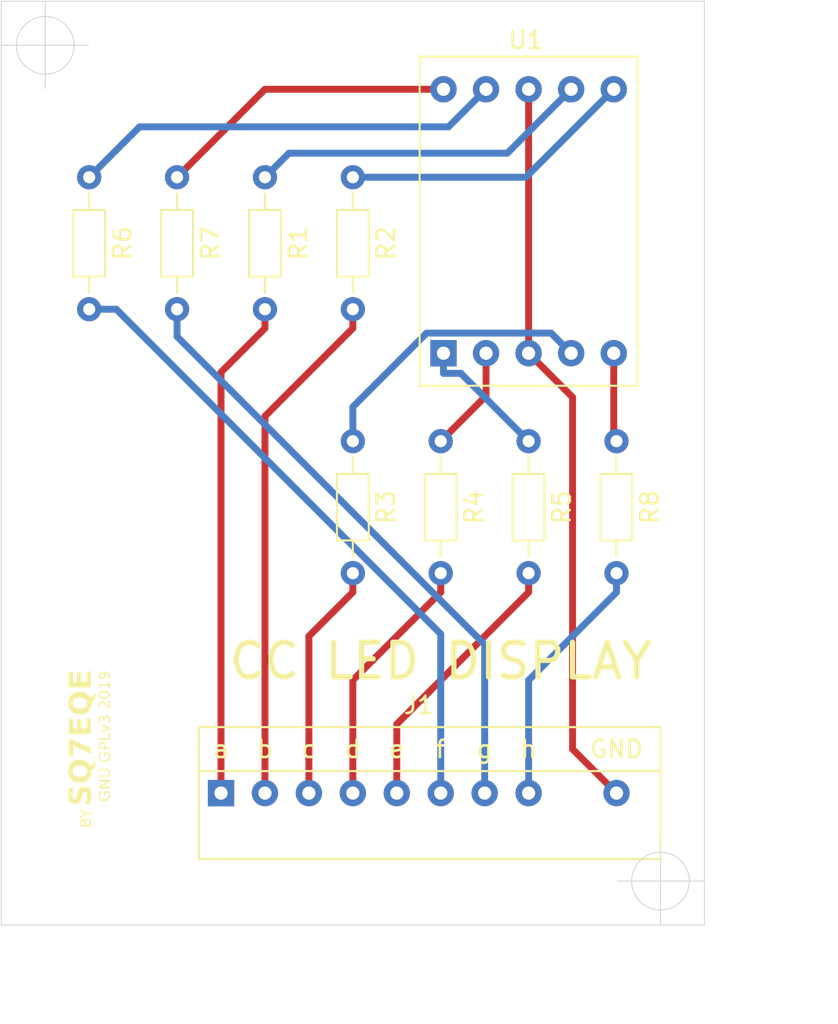
<source format=kicad_pcb>
(kicad_pcb (version 20171130) (host pcbnew 5.1.4-3.fc31)

  (general
    (thickness 1.6)
    (drawings 10)
    (tracks 49)
    (zones 0)
    (modules 11)
    (nets 18)
  )

  (page A4)
  (title_block
    (title "Common Cathode LED Display")
    (date 2019-11-11)
    (rev 1.0)
    (company "MSc. Paweł Sobótka")
    (comment 1 "GNU GPLv3")
  )

  (layers
    (0 F.Cu signal)
    (31 B.Cu signal)
    (32 B.Adhes user)
    (33 F.Adhes user)
    (34 B.Paste user)
    (35 F.Paste user)
    (36 B.SilkS user)
    (37 F.SilkS user)
    (38 B.Mask user)
    (39 F.Mask user)
    (40 Dwgs.User user)
    (41 Cmts.User user)
    (42 Eco1.User user)
    (43 Eco2.User user)
    (44 Edge.Cuts user)
    (45 Margin user)
    (46 B.CrtYd user)
    (47 F.CrtYd user)
    (48 B.Fab user)
    (49 F.Fab user)
  )

  (setup
    (last_trace_width 0.4)
    (trace_clearance 0.2)
    (zone_clearance 0.508)
    (zone_45_only no)
    (trace_min 0.2)
    (via_size 0.8)
    (via_drill 0.4)
    (via_min_size 0.4)
    (via_min_drill 0.3)
    (uvia_size 0.3)
    (uvia_drill 0.1)
    (uvias_allowed no)
    (uvia_min_size 0.2)
    (uvia_min_drill 0.1)
    (edge_width 0.05)
    (segment_width 0.2)
    (pcb_text_width 0.3)
    (pcb_text_size 1.5 1.5)
    (mod_edge_width 0.12)
    (mod_text_size 1 1)
    (mod_text_width 0.15)
    (pad_size 1.524 1.524)
    (pad_drill 0.762)
    (pad_to_mask_clearance 0.051)
    (solder_mask_min_width 0.25)
    (aux_axis_origin 124.46 124.46)
    (visible_elements FFFFFF7F)
    (pcbplotparams
      (layerselection 0x29234_ffffffff)
      (usegerberextensions false)
      (usegerberattributes true)
      (usegerberadvancedattributes true)
      (creategerberjobfile true)
      (excludeedgelayer true)
      (linewidth 0.100000)
      (plotframeref false)
      (viasonmask false)
      (mode 1)
      (useauxorigin true)
      (hpglpennumber 1)
      (hpglpenspeed 20)
      (hpglpendiameter 15.000000)
      (psnegative false)
      (psa4output false)
      (plotreference true)
      (plotvalue true)
      (plotinvisibletext false)
      (padsonsilk false)
      (subtractmaskfromsilk true)
      (outputformat 1)
      (mirror false)
      (drillshape 0)
      (scaleselection 1)
      (outputdirectory "plot/"))
  )

  (net 0 "")
  (net 1 "Net-(J1-Pad9)")
  (net 2 "Net-(J1-Pad8)")
  (net 3 "Net-(J1-Pad7)")
  (net 4 "Net-(J1-Pad6)")
  (net 5 "Net-(J1-Pad5)")
  (net 6 "Net-(J1-Pad4)")
  (net 7 "Net-(J1-Pad3)")
  (net 8 "Net-(J1-Pad2)")
  (net 9 "Net-(J1-Pad1)")
  (net 10 "Net-(R1-Pad1)")
  (net 11 "Net-(R2-Pad1)")
  (net 12 "Net-(R3-Pad1)")
  (net 13 "Net-(R4-Pad1)")
  (net 14 "Net-(R5-Pad1)")
  (net 15 "Net-(R6-Pad1)")
  (net 16 "Net-(R7-Pad1)")
  (net 17 "Net-(R8-Pad1)")

  (net_class Default "To jest domyślna klasa połączeń."
    (clearance 0.2)
    (trace_width 0.4)
    (via_dia 0.8)
    (via_drill 0.4)
    (uvia_dia 0.3)
    (uvia_drill 0.1)
    (add_net "Net-(J1-Pad1)")
    (add_net "Net-(J1-Pad2)")
    (add_net "Net-(J1-Pad3)")
    (add_net "Net-(J1-Pad4)")
    (add_net "Net-(J1-Pad5)")
    (add_net "Net-(J1-Pad6)")
    (add_net "Net-(J1-Pad7)")
    (add_net "Net-(J1-Pad8)")
    (add_net "Net-(J1-Pad9)")
    (add_net "Net-(R1-Pad1)")
    (add_net "Net-(R2-Pad1)")
    (add_net "Net-(R3-Pad1)")
    (add_net "Net-(R4-Pad1)")
    (add_net "Net-(R5-Pad1)")
    (add_net "Net-(R6-Pad1)")
    (add_net "Net-(R7-Pad1)")
    (add_net "Net-(R8-Pad1)")
  )

  (module LED_display:logo_v2 (layer F.Cu) (tedit 0) (tstamp 5DC5DCBB)
    (at 129.54 114.3 90)
    (fp_text reference G*** (at 0 0 90) (layer F.SilkS) hide
      (effects (font (size 1.524 1.524) (thickness 0.3)))
    )
    (fp_text value LOGO (at 0.75 0 90) (layer F.SilkS) hide
      (effects (font (size 1.524 1.524) (thickness 0.3)))
    )
    (fp_poly (pts (xy -2.67256 0.546023) (xy -2.616809 0.547812) (xy -2.573632 0.553427) (xy -2.534577 0.564263)
      (xy -2.513541 0.572241) (xy -2.479291 0.586714) (xy -2.460006 0.598433) (xy -2.450982 0.612454)
      (xy -2.44751 0.633835) (xy -2.446733 0.64404) (xy -2.446474 0.670759) (xy -2.449642 0.685071)
      (xy -2.452025 0.685866) (xy -2.510333 0.657733) (xy -2.55484 0.6383) (xy -2.590197 0.6259)
      (xy -2.621056 0.618866) (xy -2.647357 0.615851) (xy -2.720732 0.618776) (xy -2.783618 0.638504)
      (xy -2.834311 0.674213) (xy -2.87015 0.723203) (xy -2.884747 0.764874) (xy -2.894515 0.819594)
      (xy -2.89887 0.879675) (xy -2.897227 0.937431) (xy -2.889836 0.982203) (xy -2.86926 1.028668)
      (xy -2.836071 1.072409) (xy -2.796102 1.106888) (xy -2.764198 1.123071) (xy -2.720033 1.132015)
      (xy -2.665237 1.135118) (xy -2.609516 1.132413) (xy -2.562572 1.123933) (xy -2.557454 1.122354)
      (xy -2.518833 1.109608) (xy -2.518833 0.931333) (xy -2.656416 0.931333) (xy -2.656416 0.85725)
      (xy -2.434166 0.85725) (xy -2.434166 1.144171) (xy -2.495021 1.172244) (xy -2.530428 1.186724)
      (xy -2.565002 1.195755) (xy -2.606273 1.200774) (xy -2.656416 1.20308) (xy -2.703541 1.203405)
      (xy -2.74525 1.201955) (xy -2.775195 1.199024) (xy -2.783485 1.197192) (xy -2.854825 1.163353)
      (xy -2.913273 1.112863) (xy -2.958059 1.046423) (xy -2.965042 1.031875) (xy -2.977876 0.998257)
      (xy -2.985397 0.962705) (xy -2.988813 0.91785) (xy -2.989397 0.883708) (xy -2.983606 0.793426)
      (xy -2.964823 0.718801) (xy -2.932156 0.658126) (xy -2.884714 0.609692) (xy -2.828448 0.575059)
      (xy -2.79558 0.560322) (xy -2.766202 0.551499) (xy -2.732792 0.54719) (xy -2.687831 0.545993)
      (xy -2.67256 0.546023)) (layer F.SilkS) (width 0.01))
    (fp_poly (pts (xy -1.532641 0.796895) (xy -1.5313 0.881314) (xy -1.529452 0.947328) (xy -1.526505 0.9977)
      (xy -1.521867 1.035191) (xy -1.514947 1.062562) (xy -1.505152 1.082577) (xy -1.491893 1.097996)
      (xy -1.474576 1.111581) (xy -1.463661 1.11891) (xy -1.428323 1.13242) (xy -1.382709 1.13732)
      (xy -1.33554 1.133818) (xy -1.295535 1.12212) (xy -1.282703 1.114617) (xy -1.264557 1.099978)
      (xy -1.250429 1.0843) (xy -1.239769 1.0648) (xy -1.23203 1.038694) (xy -1.226664 1.0032)
      (xy -1.223123 0.955534) (xy -1.220859 0.892914) (xy -1.219323 0.812554) (xy -1.219014 0.791104)
      (xy -1.215652 0.550333) (xy -1.132416 0.550333) (xy -1.132476 0.78052) (xy -1.133042 0.856943)
      (xy -1.134608 0.925641) (xy -1.137032 0.983297) (xy -1.140171 1.026599) (xy -1.143886 1.05223)
      (xy -1.144098 1.053041) (xy -1.169488 1.110952) (xy -1.20929 1.157907) (xy -1.252896 1.186252)
      (xy -1.300066 1.20008) (xy -1.358066 1.206219) (xy -1.418365 1.204659) (xy -1.47243 1.195393)
      (xy -1.497541 1.186497) (xy -1.551051 1.152292) (xy -1.589278 1.1048) (xy -1.60287 1.077049)
      (xy -1.608405 1.059817) (xy -1.612601 1.03622) (xy -1.61562 1.003475) (xy -1.617623 0.958799)
      (xy -1.618771 0.899409) (xy -1.619225 0.822521) (xy -1.61925 0.794089) (xy -1.61925 0.550333)
      (xy -1.535991 0.550333) (xy -1.532641 0.796895)) (layer F.SilkS) (width 0.01))
    (fp_poly (pts (xy -0.336118 0.548959) (xy -0.327667 0.550408) (xy -0.284429 0.560407) (xy -0.243068 0.573479)
      (xy -0.220179 0.583139) (xy -0.19441 0.598459) (xy -0.182843 0.614739) (xy -0.179945 0.64059)
      (xy -0.179916 0.645798) (xy -0.181183 0.675321) (xy -0.187549 0.685758) (xy -0.202868 0.679149)
      (xy -0.21939 0.666727) (xy -0.267231 0.640062) (xy -0.327454 0.622588) (xy -0.392853 0.615469)
      (xy -0.456226 0.619868) (xy -0.478567 0.624882) (xy -0.532158 0.650187) (xy -0.575728 0.691817)
      (xy -0.607959 0.746801) (xy -0.627532 0.812168) (xy -0.633132 0.884948) (xy -0.625003 0.954965)
      (xy -0.602986 1.023322) (xy -0.568369 1.074997) (xy -0.520424 1.110555) (xy -0.458419 1.130562)
      (xy -0.391727 1.135756) (xy -0.327458 1.131636) (xy -0.282739 1.120195) (xy -0.276933 1.117455)
      (xy -0.242544 1.099671) (xy -0.248708 0.936625) (xy -0.320146 0.933495) (xy -0.391583 0.930366)
      (xy -0.391583 0.856533) (xy -0.164041 0.862541) (xy -0.158131 1.130535) (xy -0.187545 1.15139)
      (xy -0.240183 1.178408) (xy -0.306138 1.196762) (xy -0.379109 1.205735) (xy -0.452795 1.204609)
      (xy -0.520896 1.19267) (xy -0.529166 1.190237) (xy -0.591641 1.160143) (xy -0.645354 1.112818)
      (xy -0.684927 1.054616) (xy -0.704338 1.001042) (xy -0.716104 0.934936) (xy -0.719734 0.863685)
      (xy -0.714738 0.794678) (xy -0.705192 0.749377) (xy -0.675179 0.681703) (xy -0.629341 0.626039)
      (xy -0.570097 0.583657) (xy -0.499866 0.555833) (xy -0.421067 0.543842) (xy -0.336118 0.548959)) (layer F.SilkS) (width 0.01))
    (fp_poly (pts (xy 1.795313 0.551977) (xy 1.851954 0.575896) (xy 1.886352 0.603278) (xy 1.910316 0.629634)
      (xy 1.922121 0.652434) (xy 1.92594 0.681587) (xy 1.926167 0.69778) (xy 1.919381 0.75604)
      (xy 1.89835 0.799733) (xy 1.862064 0.830813) (xy 1.855523 0.834364) (xy 1.831745 0.847069)
      (xy 1.825215 0.853844) (xy 1.834324 0.858378) (xy 1.843952 0.860883) (xy 1.873803 0.876866)
      (xy 1.904002 0.906341) (xy 1.928855 0.942513) (xy 1.942671 0.978589) (xy 1.942698 0.978732)
      (xy 1.944871 1.041758) (xy 1.927597 1.097934) (xy 1.892127 1.144831) (xy 1.839715 1.18002)
      (xy 1.838659 1.180515) (xy 1.803428 1.194698) (xy 1.768985 1.202404) (xy 1.726689 1.205153)
      (xy 1.698625 1.205125) (xy 1.651199 1.203148) (xy 1.605616 1.199034) (xy 1.571137 1.19364)
      (xy 1.568979 1.193142) (xy 1.540956 1.185149) (xy 1.527939 1.174786) (xy 1.524191 1.155465)
      (xy 1.524 1.141496) (xy 1.52491 1.115532) (xy 1.527173 1.101483) (xy 1.527961 1.100666)
      (xy 1.53942 1.10387) (xy 1.563766 1.111961) (xy 1.576917 1.116541) (xy 1.62501 1.127725)
      (xy 1.680736 1.132006) (xy 1.735911 1.12945) (xy 1.782349 1.120125) (xy 1.796224 1.114717)
      (xy 1.831066 1.087916) (xy 1.852482 1.05047) (xy 1.859458 1.008136) (xy 1.850978 0.966673)
      (xy 1.828109 0.93373) (xy 1.788983 0.906977) (xy 1.739833 0.892607) (xy 1.686682 0.889)
      (xy 1.628492 0.889) (xy 1.631809 0.854604) (xy 1.635125 0.820208) (xy 1.711039 0.814916)
      (xy 1.76893 0.806565) (xy 1.808669 0.789994) (xy 1.832142 0.763789) (xy 1.841239 0.72654)
      (xy 1.8415 0.71734) (xy 1.832496 0.674989) (xy 1.80665 0.643539) (xy 1.765711 0.623772)
      (xy 1.711425 0.616468) (xy 1.645543 0.622409) (xy 1.634013 0.624647) (xy 1.598414 0.632417)
      (xy 1.570375 0.639222) (xy 1.558668 0.642667) (xy 1.550368 0.637346) (xy 1.545654 0.619054)
      (xy 1.544959 0.595751) (xy 1.548714 0.575396) (xy 1.554556 0.566946) (xy 1.568972 0.562675)
      (xy 1.598407 0.556734) (xy 1.636906 0.550304) (xy 1.64301 0.549383) (xy 1.726136 0.543244)
      (xy 1.795313 0.551977)) (layer F.SilkS) (width 0.01))
    (fp_poly (pts (xy 3.217219 0.557777) (xy 3.263611 0.582915) (xy 3.263928 0.583163) (xy 3.298033 0.621772)
      (xy 3.325773 0.676692) (xy 3.346131 0.743755) (xy 3.358086 0.818792) (xy 3.360622 0.897635)
      (xy 3.355539 0.958131) (xy 3.338737 1.0403) (xy 3.313077 1.104802) (xy 3.277426 1.153675)
      (xy 3.230651 1.188959) (xy 3.225797 1.191569) (xy 3.191515 1.201779) (xy 3.146126 1.205549)
      (xy 3.098687 1.202883) (xy 3.058252 1.193785) (xy 3.05247 1.191488) (xy 3.003727 1.158889)
      (xy 2.966215 1.108646) (xy 2.940077 1.041148) (xy 2.92546 0.956784) (xy 2.92358 0.892575)
      (xy 3.007226 0.892575) (xy 3.008004 0.911641) (xy 3.016927 0.994292) (xy 3.03473 1.058761)
      (xy 3.061201 1.104714) (xy 3.096125 1.131819) (xy 3.139291 1.13974) (xy 3.152705 1.138493)
      (xy 3.186069 1.127545) (xy 3.213891 1.109513) (xy 3.239708 1.073937) (xy 3.257286 1.022751)
      (xy 3.266899 0.954632) (xy 3.268822 0.868259) (xy 3.268292 0.848176) (xy 3.262338 0.767036)
      (xy 3.250018 0.704813) (xy 3.230499 0.659996) (xy 3.20295 0.631071) (xy 3.166538 0.616526)
      (xy 3.139546 0.614068) (xy 3.107646 0.618033) (xy 3.080666 0.633367) (xy 3.064041 0.648592)
      (xy 3.036238 0.687354) (xy 3.017768 0.739687) (xy 3.008231 0.807468) (xy 3.007226 0.892575)
      (xy 2.92358 0.892575) (xy 2.922507 0.855941) (xy 2.922904 0.843751) (xy 2.925646 0.78781)
      (xy 2.929603 0.747079) (xy 2.935898 0.715601) (xy 2.945653 0.687421) (xy 2.957058 0.662521)
      (xy 2.994716 0.605151) (xy 3.042664 0.566202) (xy 3.101209 0.545434) (xy 3.106653 0.544504)
      (xy 3.161623 0.544168) (xy 3.217219 0.557777)) (layer F.SilkS) (width 0.01))
    (fp_poly (pts (xy 4.307861 0.550367) (xy 4.364275 0.575935) (xy 4.409858 0.618987) (xy 4.444077 0.678517)
      (xy 4.466396 0.753514) (xy 4.476282 0.842972) (xy 4.47675 0.869252) (xy 4.469477 0.964893)
      (xy 4.447761 1.045741) (xy 4.411762 1.111461) (xy 4.361638 1.161717) (xy 4.329565 1.181881)
      (xy 4.282964 1.197983) (xy 4.224907 1.205707) (xy 4.163577 1.204578) (xy 4.108979 1.194659)
      (xy 4.085694 1.185285) (xy 4.076216 1.170229) (xy 4.074584 1.146754) (xy 4.075921 1.122026)
      (xy 4.082496 1.113538) (xy 4.098146 1.116409) (xy 4.098396 1.11649) (xy 4.120911 1.121069)
      (xy 4.156675 1.125555) (xy 4.196292 1.128859) (xy 4.23938 1.130347) (xy 4.268967 1.127445)
      (xy 4.292473 1.118974) (xy 4.305491 1.111518) (xy 4.338809 1.079508) (xy 4.365958 1.031049)
      (xy 4.38468 0.970494) (xy 4.388052 0.952294) (xy 4.395557 0.905362) (xy 4.361255 0.934225)
      (xy 4.332344 0.95435) (xy 4.304021 0.967776) (xy 4.298664 0.969262) (xy 4.273384 0.975084)
      (xy 4.258959 0.978814) (xy 4.234791 0.979395) (xy 4.199561 0.973124) (xy 4.161371 0.962131)
      (xy 4.128325 0.948547) (xy 4.115914 0.941202) (xy 4.079276 0.902929) (xy 4.054077 0.851413)
      (xy 4.041238 0.791777) (xy 4.041436 0.763499) (xy 4.128076 0.763499) (xy 4.132295 0.811127)
      (xy 4.143508 0.846923) (xy 4.172692 0.882408) (xy 4.212718 0.903675) (xy 4.257789 0.90959)
      (xy 4.302109 0.899018) (xy 4.327572 0.882935) (xy 4.35932 0.843361) (xy 4.375919 0.794481)
      (xy 4.377225 0.741922) (xy 4.363094 0.691307) (xy 4.333599 0.648482) (xy 4.293039 0.620996)
      (xy 4.248417 0.61187) (xy 4.204588 0.620366) (xy 4.166404 0.645745) (xy 4.143315 0.67745)
      (xy 4.131746 0.715627) (xy 4.128076 0.763499) (xy 4.041436 0.763499) (xy 4.041677 0.729144)
      (xy 4.056317 0.66864) (xy 4.063831 0.651224) (xy 4.098007 0.603615) (xy 4.145998 0.568548)
      (xy 4.203359 0.547861) (xy 4.265645 0.54339) (xy 4.307861 0.550367)) (layer F.SilkS) (width 0.01))
    (fp_poly (pts (xy -2.155414 0.555625) (xy -2.016978 0.816847) (xy -1.878541 1.07807) (xy -1.875714 0.814201)
      (xy -1.872886 0.550333) (xy -1.788583 0.550333) (xy -1.788583 1.196972) (xy -1.847896 1.193798)
      (xy -1.907208 1.190625) (xy -2.046333 0.928292) (xy -2.185458 0.66596) (xy -2.188286 0.930938)
      (xy -2.191113 1.195916) (xy -2.275416 1.195916) (xy -2.275416 0.549277) (xy -2.155414 0.555625)) (layer F.SilkS) (width 0.01))
    (fp_poly (pts (xy 0.134938 0.552661) (xy 0.206215 0.556789) (xy 0.261995 0.563016) (xy 0.299838 0.571043)
      (xy 0.307411 0.573793) (xy 0.356174 0.605232) (xy 0.390036 0.650616) (xy 0.40812 0.708036)
      (xy 0.409548 0.775581) (xy 0.40755 0.791537) (xy 0.389788 0.845341) (xy 0.35456 0.887438)
      (xy 0.302138 0.917672) (xy 0.232796 0.935884) (xy 0.147646 0.941916) (xy 0.084667 0.941916)
      (xy 0.084667 1.195916) (xy 0 1.195916) (xy 0 0.867833) (xy 0.084667 0.867833)
      (xy 0.154505 0.867833) (xy 0.202407 0.864935) (xy 0.243058 0.857175) (xy 0.258872 0.851448)
      (xy 0.293097 0.824635) (xy 0.313307 0.786648) (xy 0.318705 0.742849) (xy 0.308492 0.698597)
      (xy 0.286728 0.664394) (xy 0.270015 0.647158) (xy 0.253805 0.636584) (xy 0.2321 0.630696)
      (xy 0.198905 0.62752) (xy 0.170311 0.626064) (xy 0.084667 0.622175) (xy 0.084667 0.867833)
      (xy 0 0.867833) (xy 0 0.547523) (xy 0.134938 0.552661)) (layer F.SilkS) (width 0.01))
    (fp_poly (pts (xy 0.613834 1.121833) (xy 0.931334 1.121833) (xy 0.931334 1.195916) (xy 0.529167 1.195916)
      (xy 0.529167 0.550333) (xy 0.613834 0.550333) (xy 0.613834 1.121833)) (layer F.SilkS) (width 0.01))
    (fp_poly (pts (xy 1.413194 0.758737) (xy 1.404546 0.781196) (xy 1.389964 0.819624) (xy 1.370904 0.870155)
      (xy 1.348826 0.928923) (xy 1.325186 0.992065) (xy 1.324152 0.994833) (xy 1.250987 1.190625)
      (xy 1.19794 1.193791) (xy 1.166438 1.193961) (xy 1.144656 1.190898) (xy 1.13932 1.18794)
      (xy 1.134096 1.175741) (xy 1.122655 1.146752) (xy 1.106166 1.104015) (xy 1.085802 1.050576)
      (xy 1.062734 0.989478) (xy 1.054601 0.967815) (xy 1.030701 0.904111) (xy 1.008998 0.846347)
      (xy 0.990703 0.797745) (xy 0.97703 0.761524) (xy 0.969192 0.740906) (xy 0.968137 0.738187)
      (xy 0.966481 0.726258) (xy 0.977142 0.720879) (xy 1.002995 0.719666) (xy 1.045171 0.719666)
      (xy 1.119663 0.918104) (xy 1.146131 0.98762) (xy 1.166546 1.038768) (xy 1.181689 1.073213)
      (xy 1.192338 1.092622) (xy 1.199271 1.09866) (xy 1.202518 1.095375) (xy 1.208866 1.07882)
      (xy 1.221248 1.046136) (xy 1.238268 1.001016) (xy 1.258536 0.947151) (xy 1.276399 0.899583)
      (xy 1.341919 0.724958) (xy 1.385495 0.721696) (xy 1.429072 0.718433) (xy 1.413194 0.758737)) (layer F.SilkS) (width 0.01))
    (fp_poly (pts (xy 2.647182 0.56007) (xy 2.702919 0.592765) (xy 2.719387 0.607995) (xy 2.741317 0.633806)
      (xy 2.753219 0.659246) (xy 2.758964 0.693711) (xy 2.760026 0.70666) (xy 2.758812 0.765541)
      (xy 2.748687 0.805724) (xy 2.736408 0.825772) (xy 2.712223 0.85776) (xy 2.678868 0.898343)
      (xy 2.639075 0.944174) (xy 2.604176 0.982655) (xy 2.47544 1.121833) (xy 2.772834 1.121833)
      (xy 2.772834 1.195916) (xy 2.360084 1.195916) (xy 2.360084 1.163244) (xy 2.362154 1.149346)
      (xy 2.369619 1.132921) (xy 2.384358 1.111559) (xy 2.40825 1.082854) (xy 2.443177 1.044398)
      (xy 2.491018 0.993782) (xy 2.498486 0.985973) (xy 2.543741 0.937745) (xy 2.585063 0.891943)
      (xy 2.619676 0.851783) (xy 2.644801 0.820483) (xy 2.657236 0.802109) (xy 2.675328 0.750123)
      (xy 2.674545 0.703069) (xy 2.655619 0.663511) (xy 2.619281 0.634014) (xy 2.607749 0.62859)
      (xy 2.570089 0.617723) (xy 2.529269 0.616823) (xy 2.481181 0.626499) (xy 2.421718 0.647358)
      (xy 2.389188 0.660974) (xy 2.377326 0.663214) (xy 2.37194 0.653197) (xy 2.370667 0.626511)
      (xy 2.370667 0.626399) (xy 2.371832 0.600723) (xy 2.378819 0.585838) (xy 2.396864 0.575576)
      (xy 2.420938 0.567155) (xy 2.504937 0.547094) (xy 2.58077 0.544789) (xy 2.647182 0.56007)) (layer F.SilkS) (width 0.01))
    (fp_poly (pts (xy 3.757084 0.550333) (xy 3.757084 1.121833) (xy 3.894667 1.121833) (xy 3.894667 1.195916)
      (xy 3.522909 1.195916) (xy 3.526225 1.16152) (xy 3.529542 1.127125) (xy 3.600979 1.123995)
      (xy 3.672417 1.120866) (xy 3.672417 0.877933) (xy 3.672087 0.808798) (xy 3.671163 0.74735)
      (xy 3.66974 0.696538) (xy 3.667916 0.659314) (xy 3.665787 0.63863) (xy 3.664479 0.635371)
      (xy 3.650679 0.63764) (xy 3.622608 0.643182) (xy 3.59077 0.649856) (xy 3.555902 0.656338)
      (xy 3.529988 0.659289) (xy 3.519332 0.658304) (xy 3.515391 0.644774) (xy 3.51367 0.619877)
      (xy 3.513667 0.618809) (xy 3.513667 0.584979) (xy 3.600979 0.567648) (xy 3.646328 0.559462)
      (xy 3.687948 0.553363) (xy 3.71822 0.550435) (xy 3.722688 0.550325) (xy 3.757084 0.550333)) (layer F.SilkS) (width 0.01))
    (fp_poly (pts (xy -1.16305 -1.2006) (xy -1.058419 -1.182387) (xy -0.966256 -1.150736) (xy -0.883924 -1.104705)
      (xy -0.808791 -1.043349) (xy -0.798065 -1.032852) (xy -0.734901 -0.960194) (xy -0.686823 -0.882329)
      (xy -0.652719 -0.796191) (xy -0.631478 -0.698713) (xy -0.621989 -0.586831) (xy -0.621242 -0.545042)
      (xy -0.623704 -0.455751) (xy -0.632782 -0.379924) (xy -0.649987 -0.310485) (xy -0.676833 -0.240357)
      (xy -0.694392 -0.202722) (xy -0.737273 -0.132036) (xy -0.793878 -0.063443) (xy -0.858228 -0.003373)
      (xy -0.918865 0.038686) (xy -0.975188 0.070817) (xy -0.872124 0.186221) (xy -0.833004 0.229973)
      (xy -0.796728 0.270448) (xy -0.766688 0.303871) (xy -0.746276 0.326462) (xy -0.742383 0.330729)
      (xy -0.715706 0.359833) (xy -1.033116 0.359833) (xy -1.23754 0.130207) (xy -1.353521 0.118398)
      (xy -1.469346 0.100482) (xy -1.569205 0.07133) (xy -1.655761 0.029752) (xy -1.731681 -0.025443)
      (xy -1.778909 -0.07171) (xy -1.84185 -0.154971) (xy -1.888596 -0.249911) (xy -1.919445 -0.35742)
      (xy -1.934697 -0.478386) (xy -1.935423 -0.502982) (xy -1.596923 -0.502982) (xy -1.586494 -0.413232)
      (xy -1.56545 -0.330581) (xy -1.534572 -0.258611) (xy -1.49464 -0.200905) (xy -1.471439 -0.17845)
      (xy -1.416853 -0.145543) (xy -1.350565 -0.124741) (xy -1.278874 -0.117012) (xy -1.208077 -0.123326)
      (xy -1.173397 -0.132587) (xy -1.109768 -0.164442) (xy -1.057161 -0.213396) (xy -1.018833 -0.271728)
      (xy -0.991723 -0.333131) (xy -0.974225 -0.399216) (xy -0.965524 -0.474763) (xy -0.964804 -0.564552)
      (xy -0.965542 -0.584537) (xy -0.972387 -0.669088) (xy -0.985878 -0.737788) (xy -1.007599 -0.795338)
      (xy -1.039138 -0.846443) (xy -1.064112 -0.876723) (xy -1.112361 -0.921335) (xy -1.164357 -0.949469)
      (xy -1.22562 -0.963463) (xy -1.275291 -0.966094) (xy -1.357383 -0.957548) (xy -1.427681 -0.931441)
      (xy -1.486117 -0.887835) (xy -1.532623 -0.82679) (xy -1.56713 -0.74837) (xy -1.582812 -0.689441)
      (xy -1.595956 -0.596245) (xy -1.596923 -0.502982) (xy -1.935423 -0.502982) (xy -1.936566 -0.541704)
      (xy -1.929404 -0.668901) (xy -1.907214 -0.78193) (xy -1.869593 -0.881925) (xy -1.81614 -0.970017)
      (xy -1.762707 -1.031685) (xy -1.683013 -1.098463) (xy -1.593364 -1.148749) (xy -1.492307 -1.183072)
      (xy -1.378387 -1.20196) (xy -1.282783 -1.206317) (xy -1.16305 -1.2006)) (layer F.SilkS) (width 0.01))
    (fp_poly (pts (xy 2.775509 -1.200179) (xy 2.841471 -1.190611) (xy 2.841625 -1.190579) (xy 2.948897 -1.157852)
      (xy 3.04487 -1.107823) (xy 3.128181 -1.041876) (xy 3.197467 -0.9614) (xy 3.251365 -0.867781)
      (xy 3.288511 -0.762405) (xy 3.296316 -0.728051) (xy 3.307007 -0.651316) (xy 3.311578 -0.564779)
      (xy 3.31002 -0.477127) (xy 3.302323 -0.397044) (xy 3.296715 -0.365125) (xy 3.267484 -0.267985)
      (xy 3.222731 -0.17577) (xy 3.165168 -0.092399) (xy 3.097506 -0.021786) (xy 3.022456 0.032151)
      (xy 3.02124 0.03284) (xy 2.991184 0.0506) (xy 2.970251 0.064493) (xy 2.963334 0.070975)
      (xy 2.970053 0.080249) (xy 2.988679 0.102553) (xy 3.016915 0.135223) (xy 3.052465 0.175596)
      (xy 3.085042 0.212114) (xy 3.124841 0.256816) (xy 3.159184 0.296023) (xy 3.185772 0.327061)
      (xy 3.202306 0.347252) (xy 3.20675 0.353815) (xy 3.196789 0.355948) (xy 3.169392 0.357748)
      (xy 3.128291 0.359069) (xy 3.077215 0.359763) (xy 3.054089 0.359833) (xy 2.901428 0.359833)
      (xy 2.798083 0.244199) (xy 2.694737 0.128565) (xy 2.60414 0.121195) (xy 2.482829 0.104714)
      (xy 2.377191 0.07584) (xy 2.285165 0.033737) (xy 2.204689 -0.022434) (xy 2.168555 -0.055639)
      (xy 2.108331 -0.129091) (xy 2.058179 -0.217417) (xy 2.020807 -0.315649) (xy 2.014421 -0.338667)
      (xy 2.004158 -0.395692) (xy 1.998101 -0.466564) (xy 1.99636 -0.53975) (xy 2.344687 -0.53975)
      (xy 2.345007 -0.474766) (xy 2.346282 -0.426498) (xy 2.348982 -0.390502) (xy 2.35358 -0.362334)
      (xy 2.360546 -0.337549) (xy 2.368345 -0.316661) (xy 2.408367 -0.241291) (xy 2.461221 -0.181997)
      (xy 2.525977 -0.139704) (xy 2.561098 -0.125684) (xy 2.59879 -0.119364) (xy 2.648533 -0.118916)
      (xy 2.702266 -0.123625) (xy 2.751924 -0.132776) (xy 2.789444 -0.145655) (xy 2.790065 -0.145971)
      (xy 2.851567 -0.189334) (xy 2.901017 -0.249462) (xy 2.937908 -0.325382) (xy 2.961732 -0.416115)
      (xy 2.970684 -0.492767) (xy 2.970816 -0.600119) (xy 2.95733 -0.696508) (xy 2.930856 -0.780446)
      (xy 2.892024 -0.850441) (xy 2.841463 -0.905004) (xy 2.780848 -0.942193) (xy 2.72077 -0.959822)
      (xy 2.652839 -0.966438) (xy 2.585792 -0.961858) (xy 2.531981 -0.947425) (xy 2.487711 -0.920702)
      (xy 2.443084 -0.878982) (xy 2.403003 -0.82777) (xy 2.372369 -0.772573) (xy 2.368829 -0.764134)
      (xy 2.359403 -0.738467) (xy 2.352779 -0.71341) (xy 2.348477 -0.684493) (xy 2.346016 -0.647246)
      (xy 2.344914 -0.597199) (xy 2.344687 -0.53975) (xy 1.99636 -0.53975) (xy 1.996249 -0.544387)
      (xy 1.998599 -0.622264) (xy 2.005152 -0.693298) (xy 2.014489 -0.745062) (xy 2.051392 -0.85435)
      (xy 2.104713 -0.950857) (xy 2.173378 -1.033535) (xy 2.256309 -1.101337) (xy 2.352433 -1.153213)
      (xy 2.460673 -1.188117) (xy 2.471512 -1.190504) (xy 2.537112 -1.200111) (xy 2.615119 -1.204927)
      (xy 2.697322 -1.20495) (xy 2.775509 -1.200179)) (layer F.SilkS) (width 0.01))
    (fp_poly (pts (xy -2.573538 -1.200962) (xy -2.489383 -1.193829) (xy -2.410746 -1.183287) (xy -2.365986 -1.174888)
      (xy -2.320956 -1.164907) (xy -2.283741 -1.156058) (xy -2.259179 -1.149524) (xy -2.252215 -1.147034)
      (xy -2.248966 -1.135026) (xy -2.246285 -1.106072) (xy -2.244433 -1.06439) (xy -2.243673 -1.0142)
      (xy -2.243666 -1.009202) (xy -2.244156 -0.951963) (xy -2.245798 -0.913369) (xy -2.248853 -0.890917)
      (xy -2.253582 -0.882104) (xy -2.256896 -0.882124) (xy -2.350832 -0.916084) (xy -2.447706 -0.942267)
      (xy -2.542471 -0.959764) (xy -2.630078 -0.967665) (xy -2.705481 -0.965062) (xy -2.712261 -0.964174)
      (xy -2.776364 -0.95111) (xy -2.821859 -0.931792) (xy -2.850803 -0.904551) (xy -2.865253 -0.867718)
      (xy -2.867848 -0.837916) (xy -2.863676 -0.80073) (xy -2.849027 -0.771572) (xy -2.821344 -0.748442)
      (xy -2.77807 -0.729339) (xy -2.716649 -0.712263) (xy -2.703445 -0.709244) (xy -2.618156 -0.69011)
      (xy -2.550623 -0.674623) (xy -2.497908 -0.661983) (xy -2.457076 -0.651384) (xy -2.425188 -0.642027)
      (xy -2.399307 -0.633106) (xy -2.376495 -0.62382) (xy -2.355462 -0.614154) (xy -2.282311 -0.570059)
      (xy -2.225001 -0.515861) (xy -2.18678 -0.455823) (xy -2.172983 -0.410336) (xy -2.165097 -0.3511)
      (xy -2.163086 -0.284681) (xy -2.166913 -0.217645) (xy -2.176539 -0.156557) (xy -2.188707 -0.115577)
      (xy -2.22782 -0.042068) (xy -2.281771 0.017378) (xy -2.351427 0.063474) (xy -2.437655 0.096937)
      (xy -2.450834 0.100584) (xy -2.499053 0.109776) (xy -2.561921 0.116645) (xy -2.63302 0.120933)
      (xy -2.705931 0.122384) (xy -2.774239 0.12074) (xy -2.831041 0.11581) (xy -2.876455 0.10824)
      (xy -2.932717 0.096769) (xy -2.993386 0.082931) (xy -3.052019 0.068259) (xy -3.102176 0.054287)
      (xy -3.135312 0.043363) (xy -3.164416 0.032273) (xy -3.164416 -0.105572) (xy -3.164143 -0.156806)
      (xy -3.163393 -0.19941) (xy -3.162277 -0.229459) (xy -3.160902 -0.243026) (xy -3.160615 -0.243417)
      (xy -3.149929 -0.239289) (xy -3.124831 -0.228305) (xy -3.090087 -0.212567) (xy -3.077883 -0.206949)
      (xy -2.989087 -0.171078) (xy -2.899238 -0.144249) (xy -2.811258 -0.126637) (xy -2.728066 -0.118419)
      (xy -2.652586 -0.11977) (xy -2.587737 -0.130865) (xy -2.536442 -0.151881) (xy -2.509987 -0.172777)
      (xy -2.485354 -0.212771) (xy -2.478597 -0.257237) (xy -2.488613 -0.301278) (xy -2.514297 -0.339995)
      (xy -2.554069 -0.368273) (xy -2.580676 -0.378241) (xy -2.622709 -0.391172) (xy -2.674905 -0.40556)
      (xy -2.731999 -0.419898) (xy -2.746375 -0.423288) (xy -2.84112 -0.447367) (xy -2.917918 -0.471768)
      (xy -2.979964 -0.497833) (xy -3.030454 -0.526903) (xy -3.072308 -0.560065) (xy -3.115569 -0.607769)
      (xy -3.144857 -0.660236) (xy -3.161903 -0.722046) (xy -3.168437 -0.797779) (xy -3.168635 -0.814917)
      (xy -3.167906 -0.865979) (xy -3.16463 -0.903405) (xy -3.157459 -0.934692) (xy -3.145048 -0.967338)
      (xy -3.138715 -0.981578) (xy -3.095436 -1.053943) (xy -3.03754 -1.112094) (xy -2.964169 -1.156677)
      (xy -2.874465 -1.18834) (xy -2.860371 -1.191822) (xy -2.806628 -1.200118) (xy -2.737409 -1.204287)
      (xy -2.657963 -1.204509) (xy -2.573538 -1.200962)) (layer F.SilkS) (width 0.01))
    (fp_poly (pts (xy -4.320646 -0.539518) (xy -4.243166 -0.537856) (xy -4.183505 -0.532522) (xy -4.138494 -0.52258)
      (xy -4.104961 -0.507089) (xy -4.079737 -0.485113) (xy -4.064258 -0.463637) (xy -4.046478 -0.418781)
      (xy -4.042898 -0.370753) (xy -4.052395 -0.325088) (xy -4.073843 -0.287323) (xy -4.104912 -0.263517)
      (xy -4.135725 -0.249877) (xy -4.090944 -0.221478) (xy -4.049876 -0.184336) (xy -4.024485 -0.137957)
      (xy -4.014502 -0.086696) (xy -4.019659 -0.034906) (xy -4.039687 0.013059) (xy -4.074319 0.052845)
      (xy -4.109198 0.074466) (xy -4.130635 0.082733) (xy -4.155156 0.088485) (xy -4.186973 0.092151)
      (xy -4.230298 0.094165) (xy -4.289343 0.094955) (xy -4.310062 0.095017) (xy -4.466166 0.09525)
      (xy -4.466166 0.03175) (xy -4.3815 0.03175) (xy -4.304771 0.03169) (xy -4.259943 0.030116)
      (xy -4.217744 0.026058) (xy -4.188835 0.020743) (xy -4.144857 -0.000118) (xy -4.117984 -0.033431)
      (xy -4.108324 -0.079033) (xy -4.109115 -0.098779) (xy -4.117848 -0.139798) (xy -4.136708 -0.17019)
      (xy -4.168023 -0.191226) (xy -4.214124 -0.204174) (xy -4.277337 -0.210305) (xy -4.315354 -0.211206)
      (xy -4.3815 -0.211667) (xy -4.3815 0.03175) (xy -4.466166 0.03175) (xy -4.466166 -0.275167)
      (xy -4.3815 -0.275167) (xy -4.301785 -0.275167) (xy -4.253786 -0.277386) (xy -4.21121 -0.283304)
      (xy -4.185392 -0.290492) (xy -4.149508 -0.314915) (xy -4.131609 -0.350379) (xy -4.131956 -0.396146)
      (xy -4.141733 -0.425834) (xy -4.160253 -0.446893) (xy -4.190745 -0.460942) (xy -4.236435 -0.469605)
      (xy -4.286436 -0.473766) (xy -4.3815 -0.479186) (xy -4.3815 -0.275167) (xy -4.466166 -0.275167)
      (xy -4.466166 -0.53975) (xy -4.320646 -0.539518)) (layer F.SilkS) (width 0.01))
    (fp_poly (pts (xy -3.820583 -0.41275) (xy -3.790072 -0.367684) (xy -3.763718 -0.329656) (xy -3.743728 -0.301782)
      (xy -3.732311 -0.287179) (xy -3.730625 -0.28575) (xy -3.723329 -0.294058) (xy -3.706564 -0.316905)
      (xy -3.682535 -0.351174) (xy -3.65345 -0.393751) (xy -3.640666 -0.41275) (xy -3.555582 -0.53975)
      (xy -3.460285 -0.53975) (xy -3.571642 -0.376787) (xy -3.683 -0.213823) (xy -3.683 0.09525)
      (xy -3.77825 0.09525) (xy -3.77825 -0.212846) (xy -3.888268 -0.376298) (xy -3.998287 -0.53975)
      (xy -3.905668 -0.53975) (xy -3.820583 -0.41275)) (layer F.SilkS) (width 0.01))
    (fp_poly (pts (xy 0.560917 -1.005157) (xy 0.310427 -0.454954) (xy 0.059937 0.09525) (xy -0.102948 0.09525)
      (xy -0.158456 0.094742) (xy -0.205169 0.093341) (xy -0.239624 0.091229) (xy -0.258363 0.08859)
      (xy -0.260676 0.086907) (xy -0.254628 0.07462) (xy -0.240906 0.045308) (xy -0.220521 0.001199)
      (xy -0.194486 -0.055477) (xy -0.163813 -0.122492) (xy -0.129515 -0.197618) (xy -0.092604 -0.278624)
      (xy -0.054091 -0.363283) (xy -0.014989 -0.449365) (xy 0.02369 -0.534643) (xy 0.060933 -0.616886)
      (xy 0.095729 -0.693867) (xy 0.127066 -0.763357) (xy 0.15393 -0.823126) (xy 0.17531 -0.870947)
      (xy 0.190194 -0.90459) (xy 0.19757 -0.921826) (xy 0.198148 -0.923396) (xy 0.198559 -0.928739)
      (xy 0.19485 -0.932945) (xy 0.184815 -0.936151) (xy 0.166251 -0.93849) (xy 0.136955 -0.940098)
      (xy 0.094723 -0.94111) (xy 0.037351 -0.94166) (xy -0.037364 -0.941883) (xy -0.104599 -0.941917)
      (xy -0.41275 -0.941917) (xy -0.41275 -1.185334) (xy 0.560917 -1.185334) (xy 0.560917 -1.005157)) (layer F.SilkS) (width 0.01))
    (fp_poly (pts (xy 1.756834 -0.931334) (xy 1.195917 -0.931334) (xy 1.195917 -0.6985) (xy 1.725084 -0.6985)
      (xy 1.725084 -0.4445) (xy 1.195917 -0.4445) (xy 1.195917 -0.148167) (xy 1.778 -0.148167)
      (xy 1.778 0.09525) (xy 0.85725 0.09525) (xy 0.85725 -1.185334) (xy 1.756834 -1.185334)
      (xy 1.756834 -0.931334)) (layer F.SilkS) (width 0.01))
    (fp_poly (pts (xy 4.463857 -1.06098) (xy 4.460875 -0.936625) (xy 4.177771 -0.933807) (xy 3.894667 -0.930988)
      (xy 3.894667 -0.6985) (xy 4.423834 -0.6985) (xy 4.423834 -0.4445) (xy 3.894667 -0.4445)
      (xy 3.894667 -0.148167) (xy 4.47675 -0.148167) (xy 4.47675 0.09525) (xy 3.566584 0.09525)
      (xy 3.566584 -1.185334) (xy 4.466839 -1.185334) (xy 4.463857 -1.06098)) (layer F.SilkS) (width 0.01))
  )

  (module LED_display:con_pingold_9_P2.54 (layer F.Cu) (tedit 5D8E1F3F) (tstamp 5D8EFCBC)
    (at 137.16 116.84)
    (descr "connector for wire")
    (tags "connector, wire")
    (path /5D8D57D3)
    (fp_text reference J1 (at 11.43 -5.08) (layer F.SilkS)
      (effects (font (size 1 1) (thickness 0.15)))
    )
    (fp_text value Conn_01x09_Male (at 12.7 5.08) (layer F.Fab)
      (effects (font (size 1 1) (thickness 0.15)))
    )
    (fp_text user a (at 0 -2.54) (layer F.SilkS)
      (effects (font (size 1 1) (thickness 0.15)))
    )
    (fp_text user b (at 2.54 -2.54) (layer F.SilkS)
      (effects (font (size 1 1) (thickness 0.15)))
    )
    (fp_text user c (at 5.08 -2.54) (layer F.SilkS)
      (effects (font (size 1 1) (thickness 0.15)))
    )
    (fp_text user d (at 7.62 -2.54) (layer F.SilkS)
      (effects (font (size 1 1) (thickness 0.15)))
    )
    (fp_text user e (at 10.16 -2.54) (layer F.SilkS)
      (effects (font (size 1 1) (thickness 0.15)))
    )
    (fp_text user f (at 12.7 -2.54) (layer F.SilkS)
      (effects (font (size 1 1) (thickness 0.15)))
    )
    (fp_text user g (at 15.24 -2.54) (layer F.SilkS)
      (effects (font (size 1 1) (thickness 0.15)))
    )
    (fp_text user h (at 17.78 -2.54) (layer F.SilkS)
      (effects (font (size 1 1) (thickness 0.15)))
    )
    (fp_text user GND (at 22.86 -2.54 unlocked) (layer F.SilkS)
      (effects (font (size 1 1) (thickness 0.15)))
    )
    (fp_line (start 25.4 -3.81) (end 25.4 3.81) (layer F.CrtYd) (width 0.12))
    (fp_line (start 25.4 3.81) (end -1.27 3.81) (layer F.CrtYd) (width 0.12))
    (fp_line (start -1.27 3.81) (end -1.27 -3.81) (layer F.CrtYd) (width 0.12))
    (fp_line (start -1.27 -3.81) (end 25.4 -3.81) (layer F.CrtYd) (width 0.12))
    (fp_line (start -1.27 -3.81) (end 25.4 -3.81) (layer F.SilkS) (width 0.12))
    (fp_line (start 25.4 -3.81) (end 25.4 3.81) (layer F.SilkS) (width 0.12))
    (fp_line (start 25.4 3.81) (end -1.27 3.81) (layer F.SilkS) (width 0.12))
    (fp_line (start -1.27 3.81) (end -1.27 -3.81) (layer F.SilkS) (width 0.12))
    (fp_line (start -1.27 -1.27) (end 25.4 -1.27) (layer F.SilkS) (width 0.12))
    (pad 1 thru_hole rect (at 0 0) (size 1.524 1.524) (drill 0.762) (layers *.Cu *.Mask)
      (net 9 "Net-(J1-Pad1)"))
    (pad 2 thru_hole circle (at 2.54 0) (size 1.524 1.524) (drill 0.762) (layers *.Cu *.Mask)
      (net 8 "Net-(J1-Pad2)"))
    (pad 3 thru_hole circle (at 5.08 0) (size 1.524 1.524) (drill 0.762) (layers *.Cu *.Mask)
      (net 7 "Net-(J1-Pad3)"))
    (pad 4 thru_hole circle (at 7.62 0) (size 1.524 1.524) (drill 0.762) (layers *.Cu *.Mask)
      (net 6 "Net-(J1-Pad4)"))
    (pad 5 thru_hole circle (at 10.16 0) (size 1.524 1.524) (drill 0.762) (layers *.Cu *.Mask)
      (net 5 "Net-(J1-Pad5)"))
    (pad 6 thru_hole circle (at 12.7 0) (size 1.524 1.524) (drill 0.762) (layers *.Cu *.Mask)
      (net 4 "Net-(J1-Pad6)"))
    (pad 7 thru_hole circle (at 15.24 0) (size 1.524 1.524) (drill 0.762) (layers *.Cu *.Mask)
      (net 3 "Net-(J1-Pad7)"))
    (pad 8 thru_hole circle (at 17.78 0) (size 1.524 1.524) (drill 0.762) (layers *.Cu *.Mask)
      (net 2 "Net-(J1-Pad8)"))
    (pad 9 thru_hole circle (at 22.86 0) (size 1.524 1.524) (drill 0.762) (layers *.Cu *.Mask)
      (net 1 "Net-(J1-Pad9)"))
    (pad "" np_thru_hole circle (at 0 2.54) (size 1.524 1.524) (drill 1.524) (layers *.Cu *.Mask))
    (pad "" np_thru_hole circle (at 2.54 2.54) (size 1.524 1.524) (drill 1.524) (layers *.Cu *.Mask))
    (pad "" np_thru_hole circle (at 5.08 2.54) (size 1.524 1.524) (drill 1.524) (layers *.Cu *.Mask))
    (pad "" np_thru_hole circle (at 7.65 2.55) (size 1.524 1.524) (drill 1.524) (layers *.Cu *.Mask))
    (pad "" np_thru_hole circle (at 10.2 2.54) (size 1.524 1.524) (drill 1.524) (layers *.Cu *.Mask))
    (pad "" np_thru_hole circle (at 12.7 2.54) (size 1.524 1.524) (drill 1.524) (layers *.Cu *.Mask))
    (pad "" np_thru_hole circle (at 15.24 2.54) (size 1.524 1.524) (drill 1.524) (layers *.Cu *.Mask))
    (pad "" np_thru_hole circle (at 17.78 2.54) (size 1.524 1.524) (drill 1.524) (layers *.Cu *.Mask))
    (pad "" np_thru_hole circle (at 22.86 2.54) (size 1.524 1.524) (drill 1.524) (layers *.Cu *.Mask))
  )

  (module Resistor_THT:R_Axial_DIN0204_L3.6mm_D1.6mm_P7.62mm_Horizontal (layer F.Cu) (tedit 5AE5139B) (tstamp 5D8EFCD3)
    (at 139.7 81.28 270)
    (descr "Resistor, Axial_DIN0204 series, Axial, Horizontal, pin pitch=7.62mm, 0.167W, length*diameter=3.6*1.6mm^2, http://cdn-reichelt.de/documents/datenblatt/B400/1_4W%23YAG.pdf")
    (tags "Resistor Axial_DIN0204 series Axial Horizontal pin pitch 7.62mm 0.167W length 3.6mm diameter 1.6mm")
    (path /5D8CCE3F)
    (fp_text reference R1 (at 3.81 -1.92 90) (layer F.SilkS)
      (effects (font (size 1 1) (thickness 0.15)))
    )
    (fp_text value 1k (at 3.81 1.92 90) (layer F.Fab)
      (effects (font (size 1 1) (thickness 0.15)))
    )
    (fp_text user %R (at 3.81 0 90) (layer F.Fab)
      (effects (font (size 0.72 0.72) (thickness 0.108)))
    )
    (fp_line (start 8.57 -1.05) (end -0.95 -1.05) (layer F.CrtYd) (width 0.05))
    (fp_line (start 8.57 1.05) (end 8.57 -1.05) (layer F.CrtYd) (width 0.05))
    (fp_line (start -0.95 1.05) (end 8.57 1.05) (layer F.CrtYd) (width 0.05))
    (fp_line (start -0.95 -1.05) (end -0.95 1.05) (layer F.CrtYd) (width 0.05))
    (fp_line (start 6.68 0) (end 5.73 0) (layer F.SilkS) (width 0.12))
    (fp_line (start 0.94 0) (end 1.89 0) (layer F.SilkS) (width 0.12))
    (fp_line (start 5.73 -0.92) (end 1.89 -0.92) (layer F.SilkS) (width 0.12))
    (fp_line (start 5.73 0.92) (end 5.73 -0.92) (layer F.SilkS) (width 0.12))
    (fp_line (start 1.89 0.92) (end 5.73 0.92) (layer F.SilkS) (width 0.12))
    (fp_line (start 1.89 -0.92) (end 1.89 0.92) (layer F.SilkS) (width 0.12))
    (fp_line (start 7.62 0) (end 5.61 0) (layer F.Fab) (width 0.1))
    (fp_line (start 0 0) (end 2.01 0) (layer F.Fab) (width 0.1))
    (fp_line (start 5.61 -0.8) (end 2.01 -0.8) (layer F.Fab) (width 0.1))
    (fp_line (start 5.61 0.8) (end 5.61 -0.8) (layer F.Fab) (width 0.1))
    (fp_line (start 2.01 0.8) (end 5.61 0.8) (layer F.Fab) (width 0.1))
    (fp_line (start 2.01 -0.8) (end 2.01 0.8) (layer F.Fab) (width 0.1))
    (pad 2 thru_hole oval (at 7.62 0 270) (size 1.4 1.4) (drill 0.7) (layers *.Cu *.Mask)
      (net 9 "Net-(J1-Pad1)"))
    (pad 1 thru_hole circle (at 0 0 270) (size 1.4 1.4) (drill 0.7) (layers *.Cu *.Mask)
      (net 10 "Net-(R1-Pad1)"))
    (model ${KISYS3DMOD}/Resistor_THT.3dshapes/R_Axial_DIN0204_L3.6mm_D1.6mm_P7.62mm_Horizontal.wrl
      (at (xyz 0 0 0))
      (scale (xyz 1 1 1))
      (rotate (xyz 0 0 0))
    )
  )

  (module Resistor_THT:R_Axial_DIN0204_L3.6mm_D1.6mm_P7.62mm_Horizontal (layer F.Cu) (tedit 5AE5139B) (tstamp 5D8EFCEA)
    (at 144.78 81.28 270)
    (descr "Resistor, Axial_DIN0204 series, Axial, Horizontal, pin pitch=7.62mm, 0.167W, length*diameter=3.6*1.6mm^2, http://cdn-reichelt.de/documents/datenblatt/B400/1_4W%23YAG.pdf")
    (tags "Resistor Axial_DIN0204 series Axial Horizontal pin pitch 7.62mm 0.167W length 3.6mm diameter 1.6mm")
    (path /5D8CD0F8)
    (fp_text reference R2 (at 3.81 -1.92 90) (layer F.SilkS)
      (effects (font (size 1 1) (thickness 0.15)))
    )
    (fp_text value 1k (at 3.81 1.92 90) (layer F.Fab)
      (effects (font (size 1 1) (thickness 0.15)))
    )
    (fp_text user %R (at 3.81 0 90) (layer F.Fab)
      (effects (font (size 0.72 0.72) (thickness 0.108)))
    )
    (fp_line (start 8.57 -1.05) (end -0.95 -1.05) (layer F.CrtYd) (width 0.05))
    (fp_line (start 8.57 1.05) (end 8.57 -1.05) (layer F.CrtYd) (width 0.05))
    (fp_line (start -0.95 1.05) (end 8.57 1.05) (layer F.CrtYd) (width 0.05))
    (fp_line (start -0.95 -1.05) (end -0.95 1.05) (layer F.CrtYd) (width 0.05))
    (fp_line (start 6.68 0) (end 5.73 0) (layer F.SilkS) (width 0.12))
    (fp_line (start 0.94 0) (end 1.89 0) (layer F.SilkS) (width 0.12))
    (fp_line (start 5.73 -0.92) (end 1.89 -0.92) (layer F.SilkS) (width 0.12))
    (fp_line (start 5.73 0.92) (end 5.73 -0.92) (layer F.SilkS) (width 0.12))
    (fp_line (start 1.89 0.92) (end 5.73 0.92) (layer F.SilkS) (width 0.12))
    (fp_line (start 1.89 -0.92) (end 1.89 0.92) (layer F.SilkS) (width 0.12))
    (fp_line (start 7.62 0) (end 5.61 0) (layer F.Fab) (width 0.1))
    (fp_line (start 0 0) (end 2.01 0) (layer F.Fab) (width 0.1))
    (fp_line (start 5.61 -0.8) (end 2.01 -0.8) (layer F.Fab) (width 0.1))
    (fp_line (start 5.61 0.8) (end 5.61 -0.8) (layer F.Fab) (width 0.1))
    (fp_line (start 2.01 0.8) (end 5.61 0.8) (layer F.Fab) (width 0.1))
    (fp_line (start 2.01 -0.8) (end 2.01 0.8) (layer F.Fab) (width 0.1))
    (pad 2 thru_hole oval (at 7.62 0 270) (size 1.4 1.4) (drill 0.7) (layers *.Cu *.Mask)
      (net 8 "Net-(J1-Pad2)"))
    (pad 1 thru_hole circle (at 0 0 270) (size 1.4 1.4) (drill 0.7) (layers *.Cu *.Mask)
      (net 11 "Net-(R2-Pad1)"))
    (model ${KISYS3DMOD}/Resistor_THT.3dshapes/R_Axial_DIN0204_L3.6mm_D1.6mm_P7.62mm_Horizontal.wrl
      (at (xyz 0 0 0))
      (scale (xyz 1 1 1))
      (rotate (xyz 0 0 0))
    )
  )

  (module Resistor_THT:R_Axial_DIN0204_L3.6mm_D1.6mm_P7.62mm_Horizontal (layer F.Cu) (tedit 5AE5139B) (tstamp 5D8EFD01)
    (at 144.78 96.52 270)
    (descr "Resistor, Axial_DIN0204 series, Axial, Horizontal, pin pitch=7.62mm, 0.167W, length*diameter=3.6*1.6mm^2, http://cdn-reichelt.de/documents/datenblatt/B400/1_4W%23YAG.pdf")
    (tags "Resistor Axial_DIN0204 series Axial Horizontal pin pitch 7.62mm 0.167W length 3.6mm diameter 1.6mm")
    (path /5D8CDE7A)
    (fp_text reference R3 (at 3.81 -1.92 90) (layer F.SilkS)
      (effects (font (size 1 1) (thickness 0.15)))
    )
    (fp_text value 1k (at 3.81 1.92 90) (layer F.Fab)
      (effects (font (size 1 1) (thickness 0.15)))
    )
    (fp_text user %R (at 3.81 0 90) (layer F.Fab)
      (effects (font (size 0.72 0.72) (thickness 0.108)))
    )
    (fp_line (start 8.57 -1.05) (end -0.95 -1.05) (layer F.CrtYd) (width 0.05))
    (fp_line (start 8.57 1.05) (end 8.57 -1.05) (layer F.CrtYd) (width 0.05))
    (fp_line (start -0.95 1.05) (end 8.57 1.05) (layer F.CrtYd) (width 0.05))
    (fp_line (start -0.95 -1.05) (end -0.95 1.05) (layer F.CrtYd) (width 0.05))
    (fp_line (start 6.68 0) (end 5.73 0) (layer F.SilkS) (width 0.12))
    (fp_line (start 0.94 0) (end 1.89 0) (layer F.SilkS) (width 0.12))
    (fp_line (start 5.73 -0.92) (end 1.89 -0.92) (layer F.SilkS) (width 0.12))
    (fp_line (start 5.73 0.92) (end 5.73 -0.92) (layer F.SilkS) (width 0.12))
    (fp_line (start 1.89 0.92) (end 5.73 0.92) (layer F.SilkS) (width 0.12))
    (fp_line (start 1.89 -0.92) (end 1.89 0.92) (layer F.SilkS) (width 0.12))
    (fp_line (start 7.62 0) (end 5.61 0) (layer F.Fab) (width 0.1))
    (fp_line (start 0 0) (end 2.01 0) (layer F.Fab) (width 0.1))
    (fp_line (start 5.61 -0.8) (end 2.01 -0.8) (layer F.Fab) (width 0.1))
    (fp_line (start 5.61 0.8) (end 5.61 -0.8) (layer F.Fab) (width 0.1))
    (fp_line (start 2.01 0.8) (end 5.61 0.8) (layer F.Fab) (width 0.1))
    (fp_line (start 2.01 -0.8) (end 2.01 0.8) (layer F.Fab) (width 0.1))
    (pad 2 thru_hole oval (at 7.62 0 270) (size 1.4 1.4) (drill 0.7) (layers *.Cu *.Mask)
      (net 7 "Net-(J1-Pad3)"))
    (pad 1 thru_hole circle (at 0 0 270) (size 1.4 1.4) (drill 0.7) (layers *.Cu *.Mask)
      (net 12 "Net-(R3-Pad1)"))
    (model ${KISYS3DMOD}/Resistor_THT.3dshapes/R_Axial_DIN0204_L3.6mm_D1.6mm_P7.62mm_Horizontal.wrl
      (at (xyz 0 0 0))
      (scale (xyz 1 1 1))
      (rotate (xyz 0 0 0))
    )
  )

  (module Resistor_THT:R_Axial_DIN0204_L3.6mm_D1.6mm_P7.62mm_Horizontal (layer F.Cu) (tedit 5AE5139B) (tstamp 5D8EFD18)
    (at 149.86 96.52 270)
    (descr "Resistor, Axial_DIN0204 series, Axial, Horizontal, pin pitch=7.62mm, 0.167W, length*diameter=3.6*1.6mm^2, http://cdn-reichelt.de/documents/datenblatt/B400/1_4W%23YAG.pdf")
    (tags "Resistor Axial_DIN0204 series Axial Horizontal pin pitch 7.62mm 0.167W length 3.6mm diameter 1.6mm")
    (path /5D8CE099)
    (fp_text reference R4 (at 3.81 -1.92 90) (layer F.SilkS)
      (effects (font (size 1 1) (thickness 0.15)))
    )
    (fp_text value 1k (at 3.81 1.92 90) (layer F.Fab)
      (effects (font (size 1 1) (thickness 0.15)))
    )
    (fp_text user %R (at 3.81 0 90) (layer F.Fab)
      (effects (font (size 0.72 0.72) (thickness 0.108)))
    )
    (fp_line (start 8.57 -1.05) (end -0.95 -1.05) (layer F.CrtYd) (width 0.05))
    (fp_line (start 8.57 1.05) (end 8.57 -1.05) (layer F.CrtYd) (width 0.05))
    (fp_line (start -0.95 1.05) (end 8.57 1.05) (layer F.CrtYd) (width 0.05))
    (fp_line (start -0.95 -1.05) (end -0.95 1.05) (layer F.CrtYd) (width 0.05))
    (fp_line (start 6.68 0) (end 5.73 0) (layer F.SilkS) (width 0.12))
    (fp_line (start 0.94 0) (end 1.89 0) (layer F.SilkS) (width 0.12))
    (fp_line (start 5.73 -0.92) (end 1.89 -0.92) (layer F.SilkS) (width 0.12))
    (fp_line (start 5.73 0.92) (end 5.73 -0.92) (layer F.SilkS) (width 0.12))
    (fp_line (start 1.89 0.92) (end 5.73 0.92) (layer F.SilkS) (width 0.12))
    (fp_line (start 1.89 -0.92) (end 1.89 0.92) (layer F.SilkS) (width 0.12))
    (fp_line (start 7.62 0) (end 5.61 0) (layer F.Fab) (width 0.1))
    (fp_line (start 0 0) (end 2.01 0) (layer F.Fab) (width 0.1))
    (fp_line (start 5.61 -0.8) (end 2.01 -0.8) (layer F.Fab) (width 0.1))
    (fp_line (start 5.61 0.8) (end 5.61 -0.8) (layer F.Fab) (width 0.1))
    (fp_line (start 2.01 0.8) (end 5.61 0.8) (layer F.Fab) (width 0.1))
    (fp_line (start 2.01 -0.8) (end 2.01 0.8) (layer F.Fab) (width 0.1))
    (pad 2 thru_hole oval (at 7.62 0 270) (size 1.4 1.4) (drill 0.7) (layers *.Cu *.Mask)
      (net 6 "Net-(J1-Pad4)"))
    (pad 1 thru_hole circle (at 0 0 270) (size 1.4 1.4) (drill 0.7) (layers *.Cu *.Mask)
      (net 13 "Net-(R4-Pad1)"))
    (model ${KISYS3DMOD}/Resistor_THT.3dshapes/R_Axial_DIN0204_L3.6mm_D1.6mm_P7.62mm_Horizontal.wrl
      (at (xyz 0 0 0))
      (scale (xyz 1 1 1))
      (rotate (xyz 0 0 0))
    )
  )

  (module Resistor_THT:R_Axial_DIN0204_L3.6mm_D1.6mm_P7.62mm_Horizontal (layer F.Cu) (tedit 5AE5139B) (tstamp 5DC5D508)
    (at 154.94 96.52 270)
    (descr "Resistor, Axial_DIN0204 series, Axial, Horizontal, pin pitch=7.62mm, 0.167W, length*diameter=3.6*1.6mm^2, http://cdn-reichelt.de/documents/datenblatt/B400/1_4W%23YAG.pdf")
    (tags "Resistor Axial_DIN0204 series Axial Horizontal pin pitch 7.62mm 0.167W length 3.6mm diameter 1.6mm")
    (path /5D8CE202)
    (fp_text reference R5 (at 3.81 -1.92 90) (layer F.SilkS)
      (effects (font (size 1 1) (thickness 0.15)))
    )
    (fp_text value 1k (at 3.81 1.92 90) (layer F.Fab)
      (effects (font (size 1 1) (thickness 0.15)))
    )
    (fp_text user %R (at 3.81 0 90) (layer F.Fab)
      (effects (font (size 0.72 0.72) (thickness 0.108)))
    )
    (fp_line (start 8.57 -1.05) (end -0.95 -1.05) (layer F.CrtYd) (width 0.05))
    (fp_line (start 8.57 1.05) (end 8.57 -1.05) (layer F.CrtYd) (width 0.05))
    (fp_line (start -0.95 1.05) (end 8.57 1.05) (layer F.CrtYd) (width 0.05))
    (fp_line (start -0.95 -1.05) (end -0.95 1.05) (layer F.CrtYd) (width 0.05))
    (fp_line (start 6.68 0) (end 5.73 0) (layer F.SilkS) (width 0.12))
    (fp_line (start 0.94 0) (end 1.89 0) (layer F.SilkS) (width 0.12))
    (fp_line (start 5.73 -0.92) (end 1.89 -0.92) (layer F.SilkS) (width 0.12))
    (fp_line (start 5.73 0.92) (end 5.73 -0.92) (layer F.SilkS) (width 0.12))
    (fp_line (start 1.89 0.92) (end 5.73 0.92) (layer F.SilkS) (width 0.12))
    (fp_line (start 1.89 -0.92) (end 1.89 0.92) (layer F.SilkS) (width 0.12))
    (fp_line (start 7.62 0) (end 5.61 0) (layer F.Fab) (width 0.1))
    (fp_line (start 0 0) (end 2.01 0) (layer F.Fab) (width 0.1))
    (fp_line (start 5.61 -0.8) (end 2.01 -0.8) (layer F.Fab) (width 0.1))
    (fp_line (start 5.61 0.8) (end 5.61 -0.8) (layer F.Fab) (width 0.1))
    (fp_line (start 2.01 0.8) (end 5.61 0.8) (layer F.Fab) (width 0.1))
    (fp_line (start 2.01 -0.8) (end 2.01 0.8) (layer F.Fab) (width 0.1))
    (pad 2 thru_hole oval (at 7.62 0 270) (size 1.4 1.4) (drill 0.7) (layers *.Cu *.Mask)
      (net 5 "Net-(J1-Pad5)"))
    (pad 1 thru_hole circle (at 0 0 270) (size 1.4 1.4) (drill 0.7) (layers *.Cu *.Mask)
      (net 14 "Net-(R5-Pad1)"))
    (model ${KISYS3DMOD}/Resistor_THT.3dshapes/R_Axial_DIN0204_L3.6mm_D1.6mm_P7.62mm_Horizontal.wrl
      (at (xyz 0 0 0))
      (scale (xyz 1 1 1))
      (rotate (xyz 0 0 0))
    )
  )

  (module Resistor_THT:R_Axial_DIN0204_L3.6mm_D1.6mm_P7.62mm_Horizontal (layer F.Cu) (tedit 5AE5139B) (tstamp 5D8EFD46)
    (at 129.54 81.28 270)
    (descr "Resistor, Axial_DIN0204 series, Axial, Horizontal, pin pitch=7.62mm, 0.167W, length*diameter=3.6*1.6mm^2, http://cdn-reichelt.de/documents/datenblatt/B400/1_4W%23YAG.pdf")
    (tags "Resistor Axial_DIN0204 series Axial Horizontal pin pitch 7.62mm 0.167W length 3.6mm diameter 1.6mm")
    (path /5D8CE3D0)
    (fp_text reference R6 (at 3.81 -1.92 90) (layer F.SilkS)
      (effects (font (size 1 1) (thickness 0.15)))
    )
    (fp_text value 1k (at 3.81 1.92 90) (layer F.Fab)
      (effects (font (size 1 1) (thickness 0.15)))
    )
    (fp_text user %R (at 3.81 0 90) (layer F.Fab)
      (effects (font (size 0.72 0.72) (thickness 0.108)))
    )
    (fp_line (start 8.57 -1.05) (end -0.95 -1.05) (layer F.CrtYd) (width 0.05))
    (fp_line (start 8.57 1.05) (end 8.57 -1.05) (layer F.CrtYd) (width 0.05))
    (fp_line (start -0.95 1.05) (end 8.57 1.05) (layer F.CrtYd) (width 0.05))
    (fp_line (start -0.95 -1.05) (end -0.95 1.05) (layer F.CrtYd) (width 0.05))
    (fp_line (start 6.68 0) (end 5.73 0) (layer F.SilkS) (width 0.12))
    (fp_line (start 0.94 0) (end 1.89 0) (layer F.SilkS) (width 0.12))
    (fp_line (start 5.73 -0.92) (end 1.89 -0.92) (layer F.SilkS) (width 0.12))
    (fp_line (start 5.73 0.92) (end 5.73 -0.92) (layer F.SilkS) (width 0.12))
    (fp_line (start 1.89 0.92) (end 5.73 0.92) (layer F.SilkS) (width 0.12))
    (fp_line (start 1.89 -0.92) (end 1.89 0.92) (layer F.SilkS) (width 0.12))
    (fp_line (start 7.62 0) (end 5.61 0) (layer F.Fab) (width 0.1))
    (fp_line (start 0 0) (end 2.01 0) (layer F.Fab) (width 0.1))
    (fp_line (start 5.61 -0.8) (end 2.01 -0.8) (layer F.Fab) (width 0.1))
    (fp_line (start 5.61 0.8) (end 5.61 -0.8) (layer F.Fab) (width 0.1))
    (fp_line (start 2.01 0.8) (end 5.61 0.8) (layer F.Fab) (width 0.1))
    (fp_line (start 2.01 -0.8) (end 2.01 0.8) (layer F.Fab) (width 0.1))
    (pad 2 thru_hole oval (at 7.62 0 270) (size 1.4 1.4) (drill 0.7) (layers *.Cu *.Mask)
      (net 4 "Net-(J1-Pad6)"))
    (pad 1 thru_hole circle (at 0 0 270) (size 1.4 1.4) (drill 0.7) (layers *.Cu *.Mask)
      (net 15 "Net-(R6-Pad1)"))
    (model ${KISYS3DMOD}/Resistor_THT.3dshapes/R_Axial_DIN0204_L3.6mm_D1.6mm_P7.62mm_Horizontal.wrl
      (at (xyz 0 0 0))
      (scale (xyz 1 1 1))
      (rotate (xyz 0 0 0))
    )
  )

  (module Resistor_THT:R_Axial_DIN0204_L3.6mm_D1.6mm_P7.62mm_Horizontal (layer F.Cu) (tedit 5AE5139B) (tstamp 5D8EFD5D)
    (at 134.62 81.28 270)
    (descr "Resistor, Axial_DIN0204 series, Axial, Horizontal, pin pitch=7.62mm, 0.167W, length*diameter=3.6*1.6mm^2, http://cdn-reichelt.de/documents/datenblatt/B400/1_4W%23YAG.pdf")
    (tags "Resistor Axial_DIN0204 series Axial Horizontal pin pitch 7.62mm 0.167W length 3.6mm diameter 1.6mm")
    (path /5D8CE62D)
    (fp_text reference R7 (at 3.81 -1.92 90) (layer F.SilkS)
      (effects (font (size 1 1) (thickness 0.15)))
    )
    (fp_text value 1k (at 3.81 1.92 90) (layer F.Fab)
      (effects (font (size 1 1) (thickness 0.15)))
    )
    (fp_text user %R (at 3.81 0 90) (layer F.Fab)
      (effects (font (size 0.72 0.72) (thickness 0.108)))
    )
    (fp_line (start 8.57 -1.05) (end -0.95 -1.05) (layer F.CrtYd) (width 0.05))
    (fp_line (start 8.57 1.05) (end 8.57 -1.05) (layer F.CrtYd) (width 0.05))
    (fp_line (start -0.95 1.05) (end 8.57 1.05) (layer F.CrtYd) (width 0.05))
    (fp_line (start -0.95 -1.05) (end -0.95 1.05) (layer F.CrtYd) (width 0.05))
    (fp_line (start 6.68 0) (end 5.73 0) (layer F.SilkS) (width 0.12))
    (fp_line (start 0.94 0) (end 1.89 0) (layer F.SilkS) (width 0.12))
    (fp_line (start 5.73 -0.92) (end 1.89 -0.92) (layer F.SilkS) (width 0.12))
    (fp_line (start 5.73 0.92) (end 5.73 -0.92) (layer F.SilkS) (width 0.12))
    (fp_line (start 1.89 0.92) (end 5.73 0.92) (layer F.SilkS) (width 0.12))
    (fp_line (start 1.89 -0.92) (end 1.89 0.92) (layer F.SilkS) (width 0.12))
    (fp_line (start 7.62 0) (end 5.61 0) (layer F.Fab) (width 0.1))
    (fp_line (start 0 0) (end 2.01 0) (layer F.Fab) (width 0.1))
    (fp_line (start 5.61 -0.8) (end 2.01 -0.8) (layer F.Fab) (width 0.1))
    (fp_line (start 5.61 0.8) (end 5.61 -0.8) (layer F.Fab) (width 0.1))
    (fp_line (start 2.01 0.8) (end 5.61 0.8) (layer F.Fab) (width 0.1))
    (fp_line (start 2.01 -0.8) (end 2.01 0.8) (layer F.Fab) (width 0.1))
    (pad 2 thru_hole oval (at 7.62 0 270) (size 1.4 1.4) (drill 0.7) (layers *.Cu *.Mask)
      (net 3 "Net-(J1-Pad7)"))
    (pad 1 thru_hole circle (at 0 0 270) (size 1.4 1.4) (drill 0.7) (layers *.Cu *.Mask)
      (net 16 "Net-(R7-Pad1)"))
    (model ${KISYS3DMOD}/Resistor_THT.3dshapes/R_Axial_DIN0204_L3.6mm_D1.6mm_P7.62mm_Horizontal.wrl
      (at (xyz 0 0 0))
      (scale (xyz 1 1 1))
      (rotate (xyz 0 0 0))
    )
  )

  (module Resistor_THT:R_Axial_DIN0204_L3.6mm_D1.6mm_P7.62mm_Horizontal (layer F.Cu) (tedit 5AE5139B) (tstamp 5D8EFD74)
    (at 160.02 96.52 270)
    (descr "Resistor, Axial_DIN0204 series, Axial, Horizontal, pin pitch=7.62mm, 0.167W, length*diameter=3.6*1.6mm^2, http://cdn-reichelt.de/documents/datenblatt/B400/1_4W%23YAG.pdf")
    (tags "Resistor Axial_DIN0204 series Axial Horizontal pin pitch 7.62mm 0.167W length 3.6mm diameter 1.6mm")
    (path /5D8CE785)
    (fp_text reference R8 (at 3.81 -1.92 90) (layer F.SilkS)
      (effects (font (size 1 1) (thickness 0.15)))
    )
    (fp_text value 1k (at 3.81 1.92 90) (layer F.Fab)
      (effects (font (size 1 1) (thickness 0.15)))
    )
    (fp_text user %R (at 3.81 0 90) (layer F.Fab)
      (effects (font (size 0.72 0.72) (thickness 0.108)))
    )
    (fp_line (start 8.57 -1.05) (end -0.95 -1.05) (layer F.CrtYd) (width 0.05))
    (fp_line (start 8.57 1.05) (end 8.57 -1.05) (layer F.CrtYd) (width 0.05))
    (fp_line (start -0.95 1.05) (end 8.57 1.05) (layer F.CrtYd) (width 0.05))
    (fp_line (start -0.95 -1.05) (end -0.95 1.05) (layer F.CrtYd) (width 0.05))
    (fp_line (start 6.68 0) (end 5.73 0) (layer F.SilkS) (width 0.12))
    (fp_line (start 0.94 0) (end 1.89 0) (layer F.SilkS) (width 0.12))
    (fp_line (start 5.73 -0.92) (end 1.89 -0.92) (layer F.SilkS) (width 0.12))
    (fp_line (start 5.73 0.92) (end 5.73 -0.92) (layer F.SilkS) (width 0.12))
    (fp_line (start 1.89 0.92) (end 5.73 0.92) (layer F.SilkS) (width 0.12))
    (fp_line (start 1.89 -0.92) (end 1.89 0.92) (layer F.SilkS) (width 0.12))
    (fp_line (start 7.62 0) (end 5.61 0) (layer F.Fab) (width 0.1))
    (fp_line (start 0 0) (end 2.01 0) (layer F.Fab) (width 0.1))
    (fp_line (start 5.61 -0.8) (end 2.01 -0.8) (layer F.Fab) (width 0.1))
    (fp_line (start 5.61 0.8) (end 5.61 -0.8) (layer F.Fab) (width 0.1))
    (fp_line (start 2.01 0.8) (end 5.61 0.8) (layer F.Fab) (width 0.1))
    (fp_line (start 2.01 -0.8) (end 2.01 0.8) (layer F.Fab) (width 0.1))
    (pad 2 thru_hole oval (at 7.62 0 270) (size 1.4 1.4) (drill 0.7) (layers *.Cu *.Mask)
      (net 2 "Net-(J1-Pad8)"))
    (pad 1 thru_hole circle (at 0 0 270) (size 1.4 1.4) (drill 0.7) (layers *.Cu *.Mask)
      (net 17 "Net-(R8-Pad1)"))
    (model ${KISYS3DMOD}/Resistor_THT.3dshapes/R_Axial_DIN0204_L3.6mm_D1.6mm_P7.62mm_Horizontal.wrl
      (at (xyz 0 0 0))
      (scale (xyz 1 1 1))
      (rotate (xyz 0 0 0))
    )
  )

  (module LED_display:led_0.56 (layer F.Cu) (tedit 5D8FA72D) (tstamp 5D8EFD8C)
    (at 154.94 83.82)
    (path /5D8E557A)
    (fp_text reference U1 (at -0.1524 -10.4648) (layer F.SilkS)
      (effects (font (size 1 1) (thickness 0.15)))
    )
    (fp_text value OPD-S5621G-BW (at 0.0508 11.176) (layer F.Fab)
      (effects (font (size 1 1) (thickness 0.15)))
    )
    (fp_line (start -6.3008 -9.5) (end 6.2992 -9.5) (layer F.Fab) (width 0.12))
    (fp_line (start -6.3008 9.4996) (end 6.2992 9.4996) (layer F.Fab) (width 0.12))
    (fp_line (start 6.2992 -9.5004) (end 6.2992 9.4996) (layer F.SilkS) (width 0.12))
    (fp_line (start -6.3 -9.5) (end -6.3 9.5) (layer F.SilkS) (width 0.12))
    (fp_line (start -6.3008 9.4996) (end 6.2992 9.4996) (layer F.SilkS) (width 0.12))
    (fp_line (start -6.3 -9.5) (end 6.3 -9.5) (layer F.SilkS) (width 0.12))
    (fp_line (start 6.2992 -9.5) (end 6.2992 9.5) (layer F.CrtYd) (width 0.12))
    (fp_line (start -6.3 -9.5) (end -6.3 9.5) (layer F.CrtYd) (width 0.12))
    (fp_line (start -6.3 -9.5) (end 6.3 -9.5) (layer F.CrtYd) (width 0.12))
    (fp_line (start -6.3 9.5) (end 6.3 9.5) (layer F.CrtYd) (width 0.12))
    (pad 6 thru_hole circle (at 4.92 -7.62) (size 1.524 1.524) (drill 0.762) (layers *.Cu *.Mask)
      (net 11 "Net-(R2-Pad1)"))
    (pad 7 thru_hole circle (at 2.46 -7.62) (size 1.524 1.524) (drill 0.762) (layers *.Cu *.Mask)
      (net 10 "Net-(R1-Pad1)"))
    (pad 10 thru_hole circle (at -4.92 -7.62) (size 1.524 1.524) (drill 0.762) (layers *.Cu *.Mask)
      (net 16 "Net-(R7-Pad1)"))
    (pad 9 thru_hole circle (at -2.46 -7.62) (size 1.524 1.524) (drill 0.762) (layers *.Cu *.Mask)
      (net 15 "Net-(R6-Pad1)"))
    (pad 8 thru_hole circle (at 0 -7.62) (size 1.524 1.524) (drill 0.762) (layers *.Cu *.Mask)
      (net 1 "Net-(J1-Pad9)"))
    (pad 5 thru_hole circle (at 4.92 7.62) (size 1.524 1.524) (drill 0.762) (layers *.Cu *.Mask)
      (net 17 "Net-(R8-Pad1)"))
    (pad 4 thru_hole circle (at 2.46 7.62) (size 1.524 1.524) (drill 0.762) (layers *.Cu *.Mask)
      (net 12 "Net-(R3-Pad1)"))
    (pad 1 thru_hole rect (at -4.92 7.62) (size 1.524 1.524) (drill 0.762) (layers *.Cu *.Mask)
      (net 14 "Net-(R5-Pad1)"))
    (pad 2 thru_hole circle (at -2.46 7.62) (size 1.524 1.524) (drill 0.762) (layers *.Cu *.Mask)
      (net 13 "Net-(R4-Pad1)"))
    (pad 3 thru_hole circle (at 0 7.62) (size 1.524 1.524) (drill 0.762) (layers *.Cu *.Mask)
      (net 1 "Net-(J1-Pad9)"))
    (model :dokumenty:led_opd.step
      (at (xyz 0 0 0))
      (scale (xyz 0.4 0.4 0.4))
      (rotate (xyz 0 0 0))
    )
    (model :dokumenty:led_opd.wrl
      (at (xyz 0 0 0))
      (scale (xyz 0.4 0.4 0.4))
      (rotate (xyz 0 0 0))
    )
  )

  (gr_text "CC LED DISPLAY" (at 149.86 109.22) (layer F.SilkS)
    (effects (font (size 2 2) (thickness 0.3)))
  )
  (target plus (at 162.56 121.92) (size 5) (width 0.05) (layer Edge.Cuts) (tstamp 5DC5DDEC))
  (target plus (at 127 73.66) (size 5) (width 0.05) (layer Edge.Cuts))
  (dimension 53.34 (width 0.15) (layer Cmts.User)
    (gr_text "53,340 mm" (at 171.48 97.79 90) (layer Cmts.User)
      (effects (font (size 1 1) (thickness 0.15)))
    )
    (feature1 (pts (xy 165.1 71.12) (xy 170.766421 71.12)))
    (feature2 (pts (xy 165.1 124.46) (xy 170.766421 124.46)))
    (crossbar (pts (xy 170.18 124.46) (xy 170.18 71.12)))
    (arrow1a (pts (xy 170.18 71.12) (xy 170.766421 72.246504)))
    (arrow1b (pts (xy 170.18 71.12) (xy 169.593579 72.246504)))
    (arrow2a (pts (xy 170.18 124.46) (xy 170.766421 123.333496)))
    (arrow2b (pts (xy 170.18 124.46) (xy 169.593579 123.333496)))
  )
  (dimension 40.64 (width 0.15) (layer Cmts.User)
    (gr_text "40,640 mm" (at 144.78 130.84) (layer Cmts.User)
      (effects (font (size 1 1) (thickness 0.15)))
    )
    (feature1 (pts (xy 165.1 124.46) (xy 165.1 130.126421)))
    (feature2 (pts (xy 124.46 124.46) (xy 124.46 130.126421)))
    (crossbar (pts (xy 124.46 129.54) (xy 165.1 129.54)))
    (arrow1a (pts (xy 165.1 129.54) (xy 163.973496 130.126421)))
    (arrow1b (pts (xy 165.1 129.54) (xy 163.973496 128.953579)))
    (arrow2a (pts (xy 124.46 129.54) (xy 125.586504 130.126421)))
    (arrow2b (pts (xy 124.46 129.54) (xy 125.586504 128.953579)))
  )
  (gr_line (start 124.46 71.12) (end 124.46 73.66) (layer Edge.Cuts) (width 0.05) (tstamp 5DC5DB12))
  (gr_line (start 165.1 71.12) (end 124.46 71.12) (layer Edge.Cuts) (width 0.05))
  (gr_line (start 165.1 124.46) (end 165.1 71.12) (layer Edge.Cuts) (width 0.05))
  (gr_line (start 124.46 124.46) (end 165.1 124.46) (layer Edge.Cuts) (width 0.05))
  (gr_line (start 124.46 73.66) (end 124.46 124.46) (layer Edge.Cuts) (width 0.05))

  (segment (start 154.94 76.2) (end 154.94 91.44) (width 0.4) (layer F.Cu) (net 1))
  (segment (start 154.94 91.44) (end 157.48 93.98) (width 0.4) (layer F.Cu) (net 1))
  (segment (start 157.48 93.98) (end 157.48 114.3) (width 0.4) (layer F.Cu) (net 1))
  (segment (start 157.48 114.3) (end 160.02 116.84) (width 0.4) (layer F.Cu) (net 1))
  (segment (start 160.02 104.14) (end 160.02 105.2403) (width 0.4) (layer B.Cu) (net 2))
  (segment (start 160.02 105.2403) (end 154.94 110.3203) (width 0.4) (layer B.Cu) (net 2))
  (segment (start 154.94 110.3203) (end 154.94 116.84) (width 0.4) (layer B.Cu) (net 2))
  (segment (start 134.62 88.9) (end 134.62 90.4797) (width 0.4) (layer B.Cu) (net 3))
  (segment (start 134.62 90.4797) (end 152.4 108.2597) (width 0.4) (layer B.Cu) (net 3))
  (segment (start 152.4 108.2597) (end 152.4 116.84) (width 0.4) (layer B.Cu) (net 3))
  (segment (start 129.54 88.9) (end 131.1053 88.9) (width 0.4) (layer B.Cu) (net 4))
  (segment (start 131.1053 88.9) (end 149.86 107.6547) (width 0.4) (layer B.Cu) (net 4))
  (segment (start 149.86 107.6547) (end 149.86 116.84) (width 0.4) (layer B.Cu) (net 4))
  (segment (start 147.32 116.84) (end 147.32 112.8603) (width 0.4) (layer F.Cu) (net 5))
  (segment (start 147.32 112.8603) (end 154.94 105.2403) (width 0.4) (layer F.Cu) (net 5))
  (segment (start 154.94 104.14) (end 154.94 105.2403) (width 0.4) (layer F.Cu) (net 5))
  (segment (start 149.86 104.14) (end 149.86 105.2403) (width 0.4) (layer F.Cu) (net 6))
  (segment (start 149.86 105.2403) (end 144.78 110.3203) (width 0.4) (layer F.Cu) (net 6))
  (segment (start 144.78 110.3203) (end 144.78 116.84) (width 0.4) (layer F.Cu) (net 6))
  (segment (start 144.78 104.14) (end 144.78 105.2403) (width 0.4) (layer F.Cu) (net 7))
  (segment (start 144.78 105.2403) (end 142.24 107.7803) (width 0.4) (layer F.Cu) (net 7))
  (segment (start 142.24 107.7803) (end 142.24 116.84) (width 0.4) (layer F.Cu) (net 7))
  (segment (start 144.78 88.9) (end 144.78 90.0003) (width 0.4) (layer F.Cu) (net 8))
  (segment (start 144.78 90.0003) (end 139.7 95.0803) (width 0.4) (layer F.Cu) (net 8))
  (segment (start 139.7 95.0803) (end 139.7 116.84) (width 0.4) (layer F.Cu) (net 8))
  (segment (start 139.7 88.9) (end 139.7 90.0003) (width 0.4) (layer F.Cu) (net 9))
  (segment (start 139.7 90.0003) (end 137.16 92.5403) (width 0.4) (layer F.Cu) (net 9))
  (segment (start 137.16 92.5403) (end 137.16 116.84) (width 0.4) (layer F.Cu) (net 9))
  (segment (start 139.7 81.28) (end 141.0902 79.8898) (width 0.4) (layer B.Cu) (net 10))
  (segment (start 141.0902 79.8898) (end 153.7102 79.8898) (width 0.4) (layer B.Cu) (net 10))
  (segment (start 153.7102 79.8898) (end 157.4 76.2) (width 0.4) (layer B.Cu) (net 10))
  (segment (start 159.86 76.2) (end 154.78 81.28) (width 0.4) (layer B.Cu) (net 11))
  (segment (start 154.78 81.28) (end 144.78 81.28) (width 0.4) (layer B.Cu) (net 11))
  (segment (start 157.4 91.44) (end 156.2376 90.2776) (width 0.4) (layer B.Cu) (net 12))
  (segment (start 156.2376 90.2776) (end 149.0425 90.2776) (width 0.4) (layer B.Cu) (net 12))
  (segment (start 149.0425 90.2776) (end 144.78 94.5401) (width 0.4) (layer B.Cu) (net 12))
  (segment (start 144.78 94.5401) (end 144.78 96.52) (width 0.4) (layer B.Cu) (net 12))
  (segment (start 152.48 91.44) (end 152.48 93.9) (width 0.4) (layer F.Cu) (net 13))
  (segment (start 152.48 93.9) (end 149.86 96.52) (width 0.4) (layer F.Cu) (net 13))
  (segment (start 150.02 91.44) (end 150.02 92.6023) (width 0.4) (layer B.Cu) (net 14))
  (segment (start 150.02 92.6023) (end 151.0223 92.6023) (width 0.4) (layer B.Cu) (net 14))
  (segment (start 151.0223 92.6023) (end 154.94 96.52) (width 0.4) (layer B.Cu) (net 14))
  (segment (start 152.48 76.2) (end 150.3112 78.3688) (width 0.4) (layer B.Cu) (net 15))
  (segment (start 150.3112 78.3688) (end 132.4512 78.3688) (width 0.4) (layer B.Cu) (net 15))
  (segment (start 132.4512 78.3688) (end 129.54 81.28) (width 0.4) (layer B.Cu) (net 15))
  (segment (start 150.02 76.2) (end 139.7 76.2) (width 0.4) (layer F.Cu) (net 16))
  (segment (start 139.7 76.2) (end 134.62 81.28) (width 0.4) (layer F.Cu) (net 16))
  (segment (start 159.86 91.44) (end 159.86 96.36) (width 0.4) (layer F.Cu) (net 17))
  (segment (start 159.86 96.36) (end 160.02 96.52) (width 0.4) (layer F.Cu) (net 17))

)

</source>
